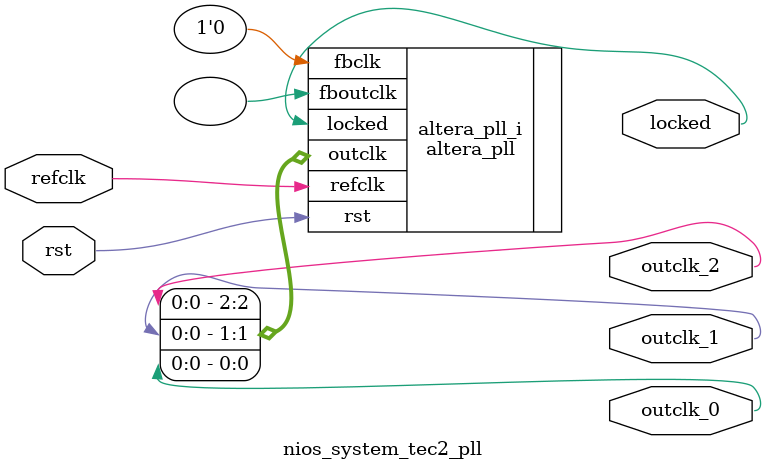
<source format=v>
`timescale 1ns/10ps
module  nios_system_tec2_pll(

	// interface 'refclk'
	input wire refclk,

	// interface 'reset'
	input wire rst,

	// interface 'outclk0'
	output wire outclk_0,

	// interface 'outclk1'
	output wire outclk_1,

	// interface 'outclk2'
	output wire outclk_2,

	// interface 'locked'
	output wire locked
);

	altera_pll #(
		.fractional_vco_multiplier("false"),
		.reference_clock_frequency("50.0 MHz"),
		.operation_mode("normal"),
		.number_of_clocks(3),
		.output_clock_frequency0("100.000000 MHz"),
		.phase_shift0("0 ps"),
		.duty_cycle0(50),
		.output_clock_frequency1("100.000000 MHz"),
		.phase_shift1("7500 ps"),
		.duty_cycle1(50),
		.output_clock_frequency2("50.000000 MHz"),
		.phase_shift2("0 ps"),
		.duty_cycle2(50),
		.output_clock_frequency3("0 MHz"),
		.phase_shift3("0 ps"),
		.duty_cycle3(50),
		.output_clock_frequency4("0 MHz"),
		.phase_shift4("0 ps"),
		.duty_cycle4(50),
		.output_clock_frequency5("0 MHz"),
		.phase_shift5("0 ps"),
		.duty_cycle5(50),
		.output_clock_frequency6("0 MHz"),
		.phase_shift6("0 ps"),
		.duty_cycle6(50),
		.output_clock_frequency7("0 MHz"),
		.phase_shift7("0 ps"),
		.duty_cycle7(50),
		.output_clock_frequency8("0 MHz"),
		.phase_shift8("0 ps"),
		.duty_cycle8(50),
		.output_clock_frequency9("0 MHz"),
		.phase_shift9("0 ps"),
		.duty_cycle9(50),
		.output_clock_frequency10("0 MHz"),
		.phase_shift10("0 ps"),
		.duty_cycle10(50),
		.output_clock_frequency11("0 MHz"),
		.phase_shift11("0 ps"),
		.duty_cycle11(50),
		.output_clock_frequency12("0 MHz"),
		.phase_shift12("0 ps"),
		.duty_cycle12(50),
		.output_clock_frequency13("0 MHz"),
		.phase_shift13("0 ps"),
		.duty_cycle13(50),
		.output_clock_frequency14("0 MHz"),
		.phase_shift14("0 ps"),
		.duty_cycle14(50),
		.output_clock_frequency15("0 MHz"),
		.phase_shift15("0 ps"),
		.duty_cycle15(50),
		.output_clock_frequency16("0 MHz"),
		.phase_shift16("0 ps"),
		.duty_cycle16(50),
		.output_clock_frequency17("0 MHz"),
		.phase_shift17("0 ps"),
		.duty_cycle17(50),
		.pll_type("General"),
		.pll_subtype("General")
	) altera_pll_i (
		.rst	(rst),
		.outclk	({outclk_2, outclk_1, outclk_0}),
		.locked	(locked),
		.fboutclk	( ),
		.fbclk	(1'b0),
		.refclk	(refclk)
	);
endmodule


</source>
